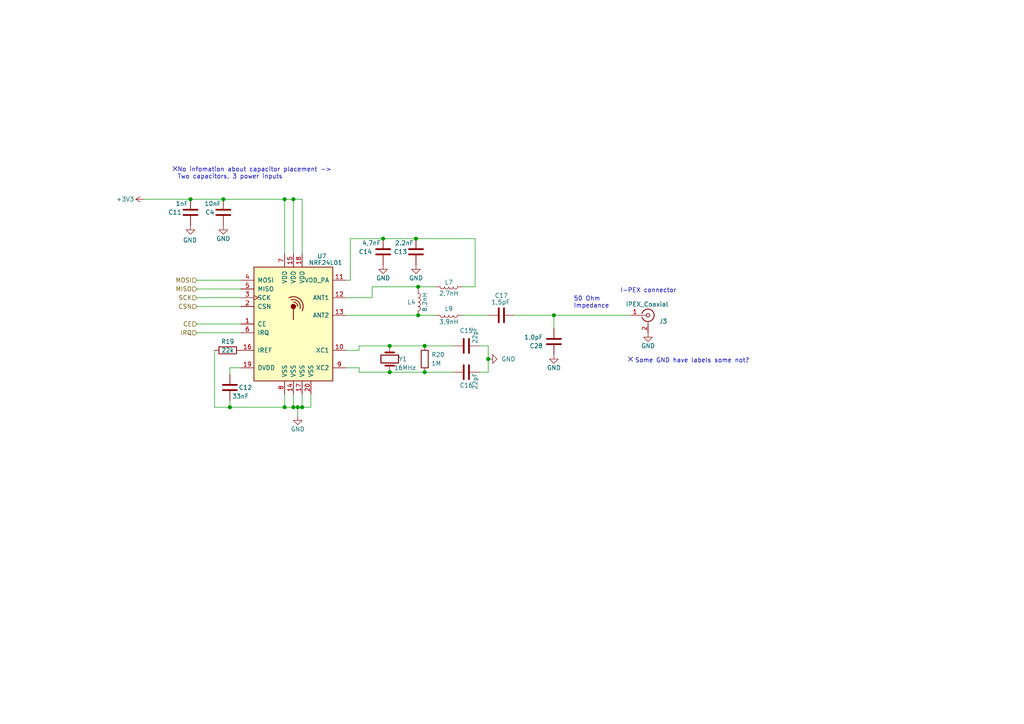
<source format=kicad_sch>
(kicad_sch (version 20210621) (generator eeschema)
  (paper "A4")
  (lib_symbols
    (symbol "Connector:Conn_Coaxial" (pin_names (offset 1.016) hide)
      (property "Reference" "J" (at 0.254 3.048 0))
      (property "Value" "Conn_Coaxial" (at 2.921 0 90))
      (symbol "Conn_Coaxial_0_1"
        (arc (start -1.778 0.508) (end 1.778 0) (radius (at -0.0508 0) (length 1.8034) (angles 163.6 0)) (stroke (width 0.254)))
        (arc (start 1.778 0) (end -1.778 -0.508) (radius (at -0.0254 0) (length 1.8034) (angles 0 -163.8)) (stroke (width 0.254)))
        (circle (center 0 0) (radius 0.508) (stroke (width 0.2032)))
        (polyline (pts (xy -2.54 0) (xy -0.508 0)))
        (polyline (pts (xy 0 -2.54) (xy 0 -1.778)))
      )
      (symbol "Conn_Coaxial_1_1"
        (pin passive line (at -5.08 0 0) (length 2.54) (name "In") (number "1"))
        (pin passive line (at 0 -5.08 90) (length 2.54) (name "Ext") (number "2"))
      )
    )
    (symbol "Device:C" (pin_numbers hide) (pin_names (offset 0.254))
      (property "Reference" "C" (at 0.635 2.54 0))
      (property "Value" "C" (at 0.635 -2.54 0))
      (symbol "C_0_1"
        (polyline (pts (xy -2.032 -0.762) (xy 2.032 -0.762)) (stroke (width 0.508)))
        (polyline (pts (xy -2.032 0.762) (xy 2.032 0.762)) (stroke (width 0.508)))
      )
      (symbol "C_1_1"
        (pin passive line (at 0 3.81 270) (length 2.794) (name "~") (number "1"))
        (pin passive line (at 0 -3.81 90) (length 2.794) (name "~") (number "2"))
      )
    )
    (symbol "Device:Crystal" (pin_numbers hide) (pin_names (offset 1.016) hide)
      (property "Reference" "Y1" (at 3.81 0.0001 90))
      (property "Value" "16MHz" (at 5.08 -2.54 90))
      (symbol "Crystal_0_1"
        (rectangle (start -1.143 2.54) (end 1.143 -2.54) (stroke (width 0.3048)))
        (polyline (pts (xy -2.54 0) (xy -1.905 0)))
        (polyline (pts (xy -1.905 -1.27) (xy -1.905 1.27)) (stroke (width 0.508)))
        (polyline (pts (xy 1.905 -1.27) (xy 1.905 1.27)) (stroke (width 0.508)))
        (polyline (pts (xy 2.54 0) (xy 1.905 0)))
      )
      (symbol "Crystal_1_1"
        (pin passive line (at -3.81 0 0) (length 1.27) (name "1") (number "1"))
        (pin passive line (at 3.81 0 180) (length 1.27) (name "2") (number "3"))
      )
    )
    (symbol "Device:L" (pin_numbers hide) (pin_names (offset 1.016) hide)
      (property "Reference" "L" (at -1.27 0 90))
      (property "Value" "L" (at 1.905 0 90))
      (symbol "L_0_1"
        (arc (start 0 -2.54) (end 0 -1.27) (radius (at 0 -1.905) (length 0.635) (angles -89.9 89.9)))
        (arc (start 0 -1.27) (end 0 0) (radius (at 0 -0.635) (length 0.635) (angles -89.9 89.9)))
        (arc (start 0 0) (end 0 1.27) (radius (at 0 0.635) (length 0.635) (angles -89.9 89.9)))
        (arc (start 0 1.27) (end 0 2.54) (radius (at 0 1.905) (length 0.635) (angles -89.9 89.9)))
      )
      (symbol "L_1_1"
        (pin passive line (at 0 3.81 270) (length 1.27) (name "1") (number "1"))
        (pin passive line (at 0 -3.81 90) (length 1.27) (name "2") (number "2"))
      )
    )
    (symbol "Device:R" (pin_numbers hide) (pin_names (offset 0))
      (property "Reference" "R" (at 2.032 0 90))
      (property "Value" "R" (at 0 0 90))
      (symbol "R_0_1"
        (rectangle (start -1.016 -2.54) (end 1.016 2.54) (stroke (width 0.254)))
      )
      (symbol "R_1_1"
        (pin passive line (at 0 3.81 270) (length 1.27) (name "~") (number "1"))
        (pin passive line (at 0 -3.81 90) (length 1.27) (name "~") (number "2"))
      )
    )
    (symbol "RF:NRF24L01" (pin_names (offset 1.016))
      (property "Reference" "U" (at -11.43 17.78 0))
      (property "Value" "NRF24L01" (at 5.08 17.78 0))
      (symbol "NRF24L01_0_1"
        (arc (start -1.27 7.62) (end 2.54 3.81) (radius (at 0 5.08) (length 2.8448) (angles 116.6 -26.6)) (stroke (width 0.254)))
        (arc (start 0 6.35) (end 1.27 5.08) (radius (at 0 5.1054) (length 1.2446) (angles 90 -1.1)) (stroke (width 0.254)))
        (arc (start -0.635 6.985) (end 1.905 4.445) (radius (at 0 5.1054) (length 1.9812) (angles 108.7 -19.1)) (stroke (width 0.254)))
        (circle (center 0 5.08) (radius 0.635) (stroke (width 0.254)) (fill (type outline)))
        (rectangle (start 11.43 -13.97) (end 11.43 -13.97))
        (rectangle (start -11.43 16.51) (end 11.43 -16.51) (stroke (width 0.254)) (fill (type background)))
        (polyline (pts (xy 0 4.445) (xy 0 1.27)) (stroke (width 0.254)))
      )
      (symbol "NRF24L01_1_1"
        (pin input line (at -15.24 0 0) (length 3.81) (name "CE") (number "1"))
        (pin passive line (at 15.24 -7.62 180) (length 3.81) (name "XC1") (number "10"))
        (pin power_out line (at 15.24 12.7 180) (length 3.81) (name "VDD_PA") (number "11"))
        (pin passive line (at 15.24 7.62 180) (length 3.81) (name "ANT1") (number "12"))
        (pin passive line (at 15.24 2.54 180) (length 3.81) (name "ANT2") (number "13"))
        (pin power_in line (at 0 -20.32 90) (length 3.81) (name "VSS") (number "14"))
        (pin power_in line (at 0 20.32 270) (length 3.81) (name "VDD") (number "15"))
        (pin passive line (at -15.24 -7.62 0) (length 3.81) (name "IREF") (number "16"))
        (pin power_in line (at 2.54 -20.32 90) (length 3.81) (name "VSS") (number "17"))
        (pin power_in line (at 2.54 20.32 270) (length 3.81) (name "VDD") (number "18"))
        (pin power_out line (at -15.24 -12.7 0) (length 3.81) (name "DVDD") (number "19"))
        (pin input line (at -15.24 5.08 0) (length 3.81) (name "CSN") (number "2"))
        (pin power_in line (at 5.08 -20.32 90) (length 3.81) (name "VSS") (number "20"))
        (pin input clock (at -15.24 7.62 0) (length 3.81) (name "SCK") (number "3"))
        (pin input line (at -15.24 12.7 0) (length 3.81) (name "MOSI") (number "4"))
        (pin output line (at -15.24 10.16 0) (length 3.81) (name "MISO") (number "5"))
        (pin output line (at -15.24 -2.54 0) (length 3.81) (name "IRQ") (number "6"))
        (pin power_in line (at -2.54 20.32 270) (length 3.81) (name "VDD") (number "7"))
        (pin power_in line (at -2.54 -20.32 90) (length 3.81) (name "VSS") (number "8"))
        (pin passive line (at 15.24 -12.7 180) (length 3.81) (name "XC2") (number "9"))
      )
    )
    (symbol "power:+3V3" (power) (pin_names (offset 0))
      (property "Value" "+3V3" (at 0 3.556 0))
      (symbol "+3V3_0_1"
        (polyline (pts (xy -0.762 1.27) (xy 0 2.54)))
        (polyline (pts (xy 0 0) (xy 0 2.54)))
        (polyline (pts (xy 0 2.54) (xy 0.762 1.27)))
      )
      (symbol "+3V3_1_1"
        (pin power_in line (at 0 0 90) (length 0) hide (name "+3V3") (number "1"))
      )
    )
    (symbol "power:GND" (power) (pin_names (offset 0))
      (property "Value" "GND" (at 0 -3.81 0))
      (symbol "GND_0_1"
        (polyline (pts (xy 0 0) (xy 0 -1.27) (xy 1.27 -1.27) (xy 0 -2.54) (xy -1.27 -1.27) (xy 0 -1.27)))
      )
      (symbol "GND_1_1"
        (pin power_in line (at 0 0 270) (length 0) hide (name "GND") (number "1"))
      )
    )
  )
  (junction (at 55.245 57.785) (diameter 1.016))
  (junction (at 64.77 57.785) (diameter 1.016))
  (junction (at 66.675 118.11) (diameter 1.016))
  (junction (at 82.55 57.785) (diameter 1.016))
  (junction (at 82.55 118.11) (diameter 1.016))
  (junction (at 85.09 57.785) (diameter 1.016))
  (junction (at 85.09 118.11) (diameter 1.016))
  (junction (at 86.36 118.11) (diameter 1.016))
  (junction (at 87.63 118.11) (diameter 1.016))
  (junction (at 111.125 69.215) (diameter 1.016))
  (junction (at 113.03 100.33) (diameter 1.016))
  (junction (at 113.03 107.95) (diameter 1.016))
  (junction (at 120.65 69.215) (diameter 1.016))
  (junction (at 121.285 83.185) (diameter 1.016))
  (junction (at 121.285 91.44) (diameter 1.016))
  (junction (at 123.19 100.33) (diameter 1.016))
  (junction (at 123.19 107.95) (diameter 1.016))
  (junction (at 141.605 104.14) (diameter 1.016))
  (junction (at 160.655 91.44) (diameter 1.016))
  (no_connect (at 50.8 48.895))
  (no_connect (at 182.88 104.14))
  (wire (pts (xy 41.91 57.785) (xy 55.245 57.785)))
  (wire (pts (xy 55.245 57.785) (xy 64.77 57.785)))
  (wire (pts (xy 57.15 81.28) (xy 69.85 81.28)))
  (wire (pts (xy 57.15 83.82) (xy 69.85 83.82)))
  (wire (pts (xy 57.15 86.36) (xy 69.85 86.36)))
  (wire (pts (xy 57.15 88.9) (xy 69.85 88.9)))
  (wire (pts (xy 57.15 93.98) (xy 69.85 93.98)))
  (wire (pts (xy 57.15 96.52) (xy 69.85 96.52)))
  (wire (pts (xy 62.23 118.11) (xy 62.23 101.6)))
  (wire (pts (xy 64.77 57.785) (xy 82.55 57.785)))
  (wire (pts (xy 66.675 106.68) (xy 69.85 106.68)))
  (wire (pts (xy 66.675 108.585) (xy 66.675 106.68)))
  (wire (pts (xy 66.675 116.205) (xy 66.675 118.11)))
  (wire (pts (xy 66.675 118.11) (xy 62.23 118.11)))
  (wire (pts (xy 66.675 118.11) (xy 82.55 118.11)))
  (wire (pts (xy 82.55 57.785) (xy 82.55 73.66)))
  (wire (pts (xy 82.55 57.785) (xy 85.09 57.785)))
  (wire (pts (xy 82.55 114.3) (xy 82.55 118.11)))
  (wire (pts (xy 82.55 118.11) (xy 85.09 118.11)))
  (wire (pts (xy 85.09 57.785) (xy 85.09 73.66)))
  (wire (pts (xy 85.09 57.785) (xy 87.63 57.785)))
  (wire (pts (xy 85.09 114.3) (xy 85.09 118.11)))
  (wire (pts (xy 85.09 118.11) (xy 86.36 118.11)))
  (wire (pts (xy 86.36 118.11) (xy 87.63 118.11)))
  (wire (pts (xy 86.36 120.65) (xy 86.36 118.11)))
  (wire (pts (xy 87.63 57.785) (xy 87.63 73.66)))
  (wire (pts (xy 87.63 114.3) (xy 87.63 118.11)))
  (wire (pts (xy 87.63 118.11) (xy 90.17 118.11)))
  (wire (pts (xy 90.17 118.11) (xy 90.17 114.3)))
  (wire (pts (xy 100.33 81.28) (xy 101.6 81.28)))
  (wire (pts (xy 100.33 86.36) (xy 107.95 86.36)))
  (wire (pts (xy 100.33 91.44) (xy 121.285 91.44)))
  (wire (pts (xy 101.6 69.215) (xy 101.6 81.28)))
  (wire (pts (xy 104.14 100.33) (xy 104.14 101.6)))
  (wire (pts (xy 104.14 100.33) (xy 113.03 100.33)))
  (wire (pts (xy 104.14 101.6) (xy 100.33 101.6)))
  (wire (pts (xy 104.14 106.68) (xy 100.33 106.68)))
  (wire (pts (xy 104.14 107.95) (xy 104.14 106.68)))
  (wire (pts (xy 104.14 107.95) (xy 113.03 107.95)))
  (wire (pts (xy 107.95 83.185) (xy 121.285 83.185)))
  (wire (pts (xy 107.95 86.36) (xy 107.95 83.185)))
  (wire (pts (xy 111.125 69.215) (xy 101.6 69.215)))
  (wire (pts (xy 120.65 69.215) (xy 111.125 69.215)))
  (wire (pts (xy 121.285 83.185) (xy 121.285 83.82)))
  (wire (pts (xy 121.285 91.44) (xy 126.365 91.44)))
  (wire (pts (xy 123.19 100.33) (xy 113.03 100.33)))
  (wire (pts (xy 123.19 100.33) (xy 131.445 100.33)))
  (wire (pts (xy 123.19 107.95) (xy 113.03 107.95)))
  (wire (pts (xy 123.19 107.95) (xy 131.445 107.95)))
  (wire (pts (xy 126.365 83.185) (xy 121.285 83.185)))
  (wire (pts (xy 133.985 83.185) (xy 137.795 83.185)))
  (wire (pts (xy 133.985 91.44) (xy 141.605 91.44)))
  (wire (pts (xy 137.795 69.215) (xy 120.65 69.215)))
  (wire (pts (xy 137.795 69.215) (xy 137.795 83.185)))
  (wire (pts (xy 139.065 100.33) (xy 141.605 100.33)))
  (wire (pts (xy 141.605 100.33) (xy 141.605 104.14)))
  (wire (pts (xy 141.605 104.14) (xy 141.605 107.95)))
  (wire (pts (xy 141.605 107.95) (xy 139.065 107.95)))
  (wire (pts (xy 149.225 91.44) (xy 160.655 91.44)))
  (wire (pts (xy 160.655 91.44) (xy 160.655 95.25)))
  (wire (pts (xy 160.655 91.44) (xy 182.88 91.44)))
  (text "No infomation about capacitor placement ->\nTwo capacitors, 3 power inputs\n" (at 51.435 52.07 0) (effects (font (size 1.27 1.27)) (justify left bottom)))
  (text "50 Ohm\nImpedance" (at 166.37 89.535 0) (effects (font (size 1.27 1.27)) (justify left bottom)))
  (text "Some GND have labels some not?" (at 184.15 105.41 0) (effects (font (size 1.27 1.27)) (justify left bottom)))
  (text "I-PEX connector\n" (at 196.215 85.09 180) (effects (font (size 1.27 1.27)) (justify right bottom)))
  (hierarchical_label "MOSI" (shape input) (at 57.15 81.28 180))
  (hierarchical_label "MISO" (shape input) (at 57.15 83.82 180))
  (hierarchical_label "SCK" (shape input) (at 57.15 86.36 180))
  (hierarchical_label "CSN" (shape input) (at 57.15 88.9 180))
  (hierarchical_label "CE" (shape input) (at 57.15 93.98 180))
  (hierarchical_label "IRQ" (shape input) (at 57.15 96.52 180))
  (symbol (lib_id "power:+3V3") (at 41.91 57.785 90) (unit 1)
    (property "Reference" "#PWR0153" (effects hide))
    (property "Value" "+3V3" (at 33.655 57.7849 90) (effects (justify right)))
  )
  (symbol (lib_id "power:GND") (at 55.245 65.405 0) (unit 1)
    (property "Reference" "#PWR0154" (effects hide))
    (property "Value" "GND" (at 57.15 69.6596 0) (effects (justify right)))
  )
  (symbol (lib_id "power:GND") (at 64.77 65.405 0) (unit 1)
    (property "Reference" "#PWR0110" (effects hide))
    (property "Value" "GND" (at 64.77 69.215 0))
  )
  (symbol (lib_id "power:GND") (at 86.36 120.65 0) (unit 1)
    (property "Reference" "#PWR0109" (effects hide))
    (property "Value" "GND" (at 86.36 124.46 0))
  )
  (symbol (lib_id "power:GND") (at 111.125 76.835 0) (unit 1)
    (property "Reference" "#PWR0155" (effects hide))
    (property "Value" "GND" (at 111.125 80.645 0))
  )
  (symbol (lib_id "power:GND") (at 120.65 76.835 0) (unit 1)
    (property "Reference" "#PWR0115" (effects hide))
    (property "Value" "GND" (at 120.65 80.645 0))
  )
  (symbol (lib_id "power:GND") (at 141.605 104.14 90) (unit 1)
    (property "Reference" "#PWR0113" (effects hide))
    (property "Value" "GND" (at 145.415 104.1399 90) (effects (justify right)))
  )
  (symbol (lib_id "power:GND") (at 160.655 102.87 0) (unit 1)
    (property "Reference" "#PWR0156" (effects hide))
    (property "Value" "GND" (at 160.655 106.68 0))
  )
  (symbol (lib_id "power:GND") (at 187.96 96.52 0) (unit 1)
    (property "Reference" "#PWR0143" (effects hide))
    (property "Value" "~" (at 187.96 100.33 0))
  )
  (symbol (lib_id "Device:L") (at 121.285 87.63 0) (unit 1)
    (property "Reference" "L4" (at 118.11 87.6299 0) (effects (justify left)))
    (property "Value" "8,2nH" (at 123.19 87.63 90))
    (property "Footprint" "Inductor_SMD:L_0603_1608Metric" (effects hide))
  )
  (symbol (lib_id "Device:L") (at 130.175 83.185 270) (unit 1)
    (property "Reference" "L7" (at 130.175 81.915 90))
    (property "Value" "2,7nH" (at 130.175 85.09 90))
    (property "Footprint" "Inductor_SMD:L_0603_1608Metric" (effects hide))
  )
  (symbol (lib_id "Device:L") (at 130.175 91.44 270) (unit 1)
    (property "Reference" "L9" (at 130.175 89.535 90))
    (property "Value" "3,9nH" (at 130.175 93.345 90))
    (property "Footprint" "Inductor_SMD:L_0603_1608Metric" (effects hide))
  )
  (symbol (lib_id "Device:R") (at 66.04 101.6 90) (unit 1)
    (property "Reference" "R19" (at 66.04 99.06 90))
    (property "Value" "22k" (at 66.04 101.6 90))
    (property "Footprint" "Resistor_SMD:R_0603_1608Metric" (effects hide))
  )
  (symbol (lib_id "Device:R") (at 123.19 104.14 0) (unit 1)
    (property "Reference" "R20" (at 125.095 102.8699 0) (effects (justify left)))
    (property "Value" "1M" (at 125.095 105.4099 0) (effects (justify left)))
    (property "Footprint" "Resistor_SMD:R_0603_1608Metric" (effects hide))
  )
  (symbol (lib_id "Device:C") (at 55.245 61.595 180) (unit 1)
    (property "Reference" "C11" (at 52.705 61.5951 0) (effects (justify left)))
    (property "Value" "1nF" (at 54.61 59.055 0) (effects (justify left)))
    (property "Footprint" "Capacitor_SMD:C_0603_1608Metric" (effects hide))
  )
  (symbol (lib_id "Device:C") (at 64.77 61.595 180) (unit 1)
    (property "Reference" "C4" (at 62.23 61.5951 0) (effects (justify left)))
    (property "Value" "10nF" (at 64.135 59.055 0) (effects (justify left)))
    (property "Footprint" "Capacitor_SMD:C_0603_1608Metric" (effects hide))
  )
  (symbol (lib_id "Device:C") (at 66.675 112.395 0) (unit 1)
    (property "Reference" "C12" (at 69.215 112.3949 0) (effects (justify left)))
    (property "Value" "33nF" (at 67.31 114.935 0) (effects (justify left)))
    (property "Footprint" "Capacitor_SMD:C_0603_1608Metric" (effects hide))
  )
  (symbol (lib_id "Device:C") (at 111.125 73.025 180) (unit 1)
    (property "Reference" "C14" (at 107.95 73.0251 0) (effects (justify left)))
    (property "Value" "4,7nF" (at 110.49 70.485 0) (effects (justify left)))
    (property "Footprint" "Capacitor_SMD:C_0603_1608Metric" (effects hide))
  )
  (symbol (lib_id "Device:C") (at 120.65 73.025 180) (unit 1)
    (property "Reference" "C13" (at 118.11 73.0251 0) (effects (justify left)))
    (property "Value" "2.2nF" (at 120.015 70.485 0) (effects (justify left)))
    (property "Footprint" "Capacitor_SMD:C_0603_1608Metric" (effects hide))
  )
  (symbol (lib_id "Device:C") (at 135.255 100.33 90) (unit 1)
    (property "Reference" "C15" (at 135.255 95.885 90))
    (property "Value" "22pF" (at 137.795 99.695 0) (effects (justify left)))
    (property "Footprint" "Capacitor_SMD:C_0603_1608Metric" (effects hide))
  )
  (symbol (lib_id "Device:C") (at 135.255 107.95 90) (unit 1)
    (property "Reference" "C16" (at 135.255 111.76 90))
    (property "Value" "22pF" (at 137.795 113.03 0) (effects (justify left)))
    (property "Footprint" "Capacitor_SMD:C_0603_1608Metric" (effects hide))
  )
  (symbol (lib_id "Device:C") (at 145.415 91.44 90) (unit 1)
    (property "Reference" "C17" (at 145.415 85.725 90))
    (property "Value" "1,5pF" (at 147.955 87.63 90) (effects (justify left)))
    (property "Footprint" "Capacitor_SMD:C_0603_1608Metric" (effects hide))
  )
  (symbol (lib_id "Device:C") (at 160.655 99.06 0) (unit 1)
    (property "Reference" "C28" (at 157.48 100.3301 0) (effects (justify right)))
    (property "Value" "1,0pF" (at 157.48 97.7901 0) (effects (justify right)))
    (property "Footprint" "Capacitor_SMD:C_0603_1608Metric" (effects hide))
  )
  (symbol (lib_id "Device:Crystal") (at 113.03 104.14 90) (unit 1)
    (property "Reference" "Y1" (at 115.5699 104.14 90) (effects (justify right)))
    (property "Value" "16MHz" (at 117.475 106.68 90))
    (property "Footprint" "Crystal:Crystal_SMD_3225-4Pin_3.2x2.5mm" (effects hide))
  )
  (symbol (lib_id "Connector:Conn_Coaxial") (at 187.96 91.44 0) (unit 1)
    (property "Reference" "J3" (at 191.135 93.2054 0) (effects (justify left)))
    (property "Value" "iPEX_Coaxial" (at 187.706 88.265 0))
    (property "Datasheet" " ~" (effects hide))
  )
  (symbol (lib_id "RF:NRF24L01") (at 85.09 93.98 0) (unit 1)
    (property "Reference" "U7" (at 93.345 74.295 0))
    (property "Value" "NRF24L01" (at 89.535 76.2 0) (effects (justify left)))
    (property "Footprint" "Package_DFN_QFN:QFN-20-1EP_4x4mm_P0.5mm_EP2.5x2.5mm" (effects hide))
    (property "Datasheet" "http://www.nordicsemi.com/eng/content/download/2730/34105/file/nRF24L01_Product_Specification_v2_0.pdf" (effects hide))
  )
)
</source>
